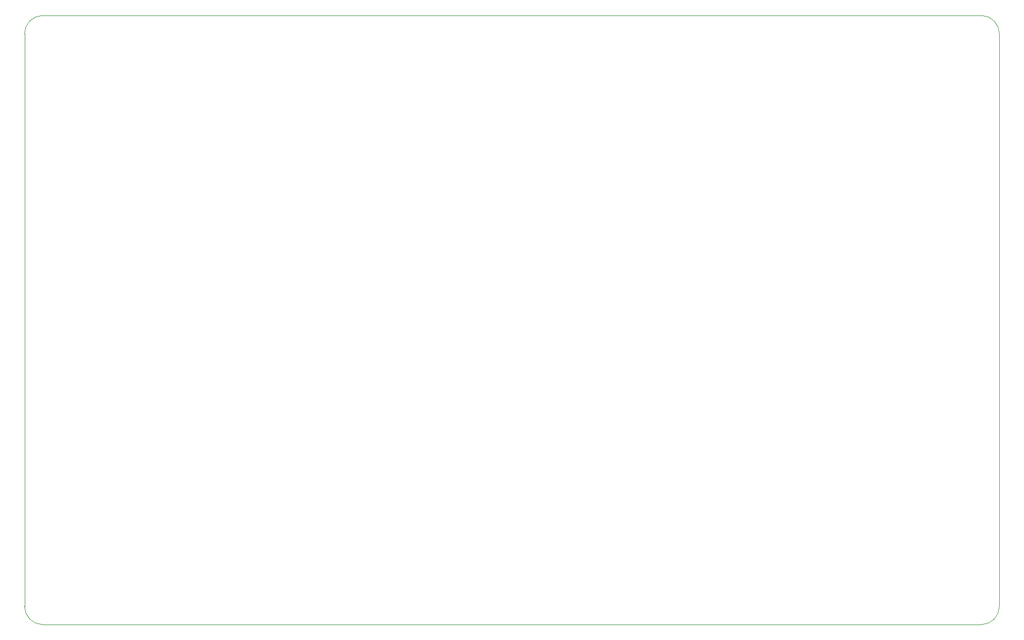
<source format=gbr>
G04 #@! TF.GenerationSoftware,KiCad,Pcbnew,(5.1.5-0-10_14)*
G04 #@! TF.CreationDate,2021-03-05T12:59:52+00:00*
G04 #@! TF.ProjectId,rosco_m68k,726f7363-6f5f-46d3-9638-6b2e6b696361,rev?*
G04 #@! TF.SameCoordinates,Original*
G04 #@! TF.FileFunction,Profile,NP*
%FSLAX46Y46*%
G04 Gerber Fmt 4.6, Leading zero omitted, Abs format (unit mm)*
G04 Created by KiCad (PCBNEW (5.1.5-0-10_14)) date 2021-03-05 12:59:52*
%MOMM*%
%LPD*%
G04 APERTURE LIST*
%ADD10C,0.050000*%
G04 APERTURE END LIST*
D10*
X70900000Y-155100000D02*
X224900000Y-155100000D01*
X227900000Y-58100000D02*
X227900000Y-152100000D01*
X70900000Y-55100000D02*
X224900000Y-55100000D01*
X67900000Y-58100000D02*
X67900000Y-152100000D01*
X227900000Y-152100000D02*
G75*
G02X224900000Y-155100000I-3000000J0D01*
G01*
X224900000Y-55100000D02*
G75*
G02X227900000Y-58100000I0J-3000000D01*
G01*
X67900000Y-58100000D02*
G75*
G02X70900000Y-55100000I3000000J0D01*
G01*
X70900000Y-155100000D02*
G75*
G02X67900000Y-152100000I0J3000000D01*
G01*
M02*

</source>
